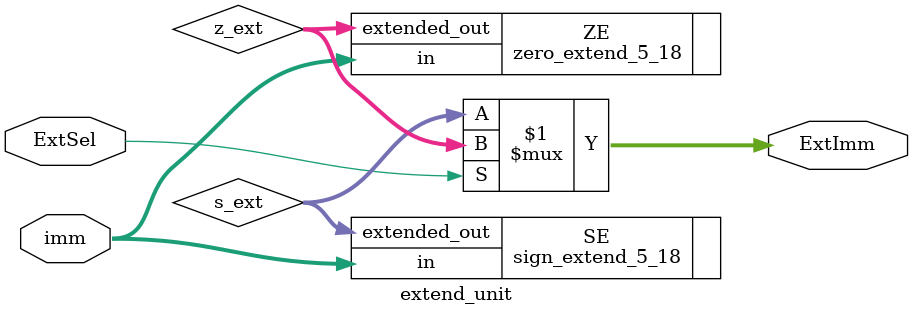
<source format=v>
module extend_unit (
    input  wire [4:0]  imm,
    input  wire        ExtSel,
    output wire [17:0] ExtImm
);
    wire [17:0] s_ext;
    wire [17:0] z_ext;

    sign_extend_5_18 SE(.in(imm), .extended_out(s_ext));
    zero_extend_5_18 ZE(.in(imm), .extended_out(z_ext));

    assign ExtImm = (ExtSel) ? z_ext : s_ext;
endmodule

</source>
